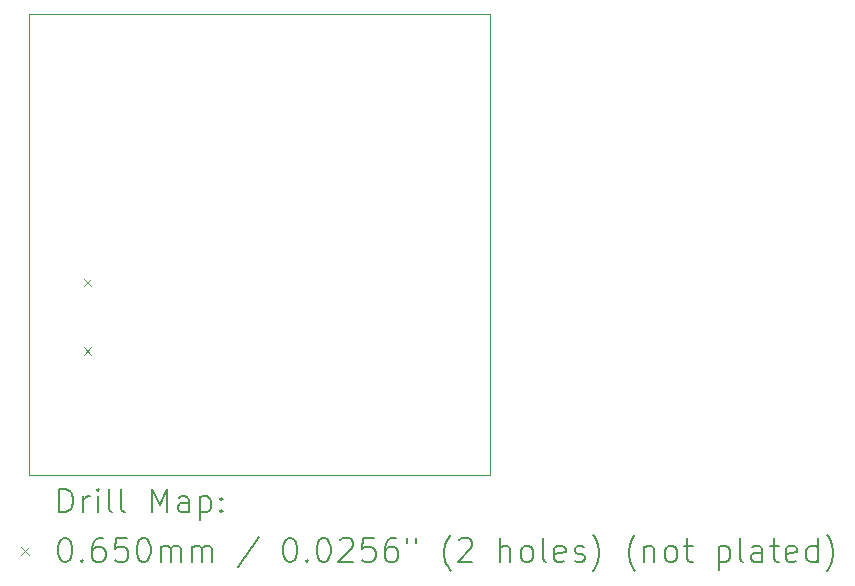
<source format=gbr>
%TF.GenerationSoftware,KiCad,Pcbnew,7.0.10*%
%TF.CreationDate,2024-02-04T10:39:11+08:00*%
%TF.ProjectId,42stepmotor,34327374-6570-46d6-9f74-6f722e6b6963,rev?*%
%TF.SameCoordinates,Original*%
%TF.FileFunction,Drillmap*%
%TF.FilePolarity,Positive*%
%FSLAX45Y45*%
G04 Gerber Fmt 4.5, Leading zero omitted, Abs format (unit mm)*
G04 Created by KiCad (PCBNEW 7.0.10) date 2024-02-04 10:39:11*
%MOMM*%
%LPD*%
G01*
G04 APERTURE LIST*
%ADD10C,0.100000*%
%ADD11C,0.200000*%
G04 APERTURE END LIST*
D10*
X9600000Y-8500000D02*
X9600000Y-12400000D01*
X10000000Y-12400000D02*
X13500000Y-12400000D01*
X13500000Y-8500000D02*
X9600000Y-8500000D01*
X9600000Y-12400000D02*
X10000000Y-12400000D01*
X13500000Y-12400000D02*
X13500000Y-8500000D01*
D11*
D10*
X10061500Y-10738500D02*
X10126500Y-10803500D01*
X10126500Y-10738500D02*
X10061500Y-10803500D01*
X10061500Y-11316500D02*
X10126500Y-11381500D01*
X10126500Y-11316500D02*
X10061500Y-11381500D01*
D11*
X9855777Y-12716484D02*
X9855777Y-12516484D01*
X9855777Y-12516484D02*
X9903396Y-12516484D01*
X9903396Y-12516484D02*
X9931967Y-12526008D01*
X9931967Y-12526008D02*
X9951015Y-12545055D01*
X9951015Y-12545055D02*
X9960539Y-12564103D01*
X9960539Y-12564103D02*
X9970063Y-12602198D01*
X9970063Y-12602198D02*
X9970063Y-12630769D01*
X9970063Y-12630769D02*
X9960539Y-12668865D01*
X9960539Y-12668865D02*
X9951015Y-12687912D01*
X9951015Y-12687912D02*
X9931967Y-12706960D01*
X9931967Y-12706960D02*
X9903396Y-12716484D01*
X9903396Y-12716484D02*
X9855777Y-12716484D01*
X10055777Y-12716484D02*
X10055777Y-12583150D01*
X10055777Y-12621246D02*
X10065301Y-12602198D01*
X10065301Y-12602198D02*
X10074824Y-12592674D01*
X10074824Y-12592674D02*
X10093872Y-12583150D01*
X10093872Y-12583150D02*
X10112920Y-12583150D01*
X10179586Y-12716484D02*
X10179586Y-12583150D01*
X10179586Y-12516484D02*
X10170063Y-12526008D01*
X10170063Y-12526008D02*
X10179586Y-12535531D01*
X10179586Y-12535531D02*
X10189110Y-12526008D01*
X10189110Y-12526008D02*
X10179586Y-12516484D01*
X10179586Y-12516484D02*
X10179586Y-12535531D01*
X10303396Y-12716484D02*
X10284348Y-12706960D01*
X10284348Y-12706960D02*
X10274824Y-12687912D01*
X10274824Y-12687912D02*
X10274824Y-12516484D01*
X10408158Y-12716484D02*
X10389110Y-12706960D01*
X10389110Y-12706960D02*
X10379586Y-12687912D01*
X10379586Y-12687912D02*
X10379586Y-12516484D01*
X10636729Y-12716484D02*
X10636729Y-12516484D01*
X10636729Y-12516484D02*
X10703396Y-12659341D01*
X10703396Y-12659341D02*
X10770063Y-12516484D01*
X10770063Y-12516484D02*
X10770063Y-12716484D01*
X10951015Y-12716484D02*
X10951015Y-12611722D01*
X10951015Y-12611722D02*
X10941491Y-12592674D01*
X10941491Y-12592674D02*
X10922444Y-12583150D01*
X10922444Y-12583150D02*
X10884348Y-12583150D01*
X10884348Y-12583150D02*
X10865301Y-12592674D01*
X10951015Y-12706960D02*
X10931967Y-12716484D01*
X10931967Y-12716484D02*
X10884348Y-12716484D01*
X10884348Y-12716484D02*
X10865301Y-12706960D01*
X10865301Y-12706960D02*
X10855777Y-12687912D01*
X10855777Y-12687912D02*
X10855777Y-12668865D01*
X10855777Y-12668865D02*
X10865301Y-12649817D01*
X10865301Y-12649817D02*
X10884348Y-12640293D01*
X10884348Y-12640293D02*
X10931967Y-12640293D01*
X10931967Y-12640293D02*
X10951015Y-12630769D01*
X11046253Y-12583150D02*
X11046253Y-12783150D01*
X11046253Y-12592674D02*
X11065301Y-12583150D01*
X11065301Y-12583150D02*
X11103396Y-12583150D01*
X11103396Y-12583150D02*
X11122444Y-12592674D01*
X11122444Y-12592674D02*
X11131967Y-12602198D01*
X11131967Y-12602198D02*
X11141491Y-12621246D01*
X11141491Y-12621246D02*
X11141491Y-12678388D01*
X11141491Y-12678388D02*
X11131967Y-12697436D01*
X11131967Y-12697436D02*
X11122444Y-12706960D01*
X11122444Y-12706960D02*
X11103396Y-12716484D01*
X11103396Y-12716484D02*
X11065301Y-12716484D01*
X11065301Y-12716484D02*
X11046253Y-12706960D01*
X11227205Y-12697436D02*
X11236729Y-12706960D01*
X11236729Y-12706960D02*
X11227205Y-12716484D01*
X11227205Y-12716484D02*
X11217682Y-12706960D01*
X11217682Y-12706960D02*
X11227205Y-12697436D01*
X11227205Y-12697436D02*
X11227205Y-12716484D01*
X11227205Y-12592674D02*
X11236729Y-12602198D01*
X11236729Y-12602198D02*
X11227205Y-12611722D01*
X11227205Y-12611722D02*
X11217682Y-12602198D01*
X11217682Y-12602198D02*
X11227205Y-12592674D01*
X11227205Y-12592674D02*
X11227205Y-12611722D01*
D10*
X9530000Y-13012500D02*
X9595000Y-13077500D01*
X9595000Y-13012500D02*
X9530000Y-13077500D01*
D11*
X9893872Y-12936484D02*
X9912920Y-12936484D01*
X9912920Y-12936484D02*
X9931967Y-12946008D01*
X9931967Y-12946008D02*
X9941491Y-12955531D01*
X9941491Y-12955531D02*
X9951015Y-12974579D01*
X9951015Y-12974579D02*
X9960539Y-13012674D01*
X9960539Y-13012674D02*
X9960539Y-13060293D01*
X9960539Y-13060293D02*
X9951015Y-13098388D01*
X9951015Y-13098388D02*
X9941491Y-13117436D01*
X9941491Y-13117436D02*
X9931967Y-13126960D01*
X9931967Y-13126960D02*
X9912920Y-13136484D01*
X9912920Y-13136484D02*
X9893872Y-13136484D01*
X9893872Y-13136484D02*
X9874824Y-13126960D01*
X9874824Y-13126960D02*
X9865301Y-13117436D01*
X9865301Y-13117436D02*
X9855777Y-13098388D01*
X9855777Y-13098388D02*
X9846253Y-13060293D01*
X9846253Y-13060293D02*
X9846253Y-13012674D01*
X9846253Y-13012674D02*
X9855777Y-12974579D01*
X9855777Y-12974579D02*
X9865301Y-12955531D01*
X9865301Y-12955531D02*
X9874824Y-12946008D01*
X9874824Y-12946008D02*
X9893872Y-12936484D01*
X10046253Y-13117436D02*
X10055777Y-13126960D01*
X10055777Y-13126960D02*
X10046253Y-13136484D01*
X10046253Y-13136484D02*
X10036729Y-13126960D01*
X10036729Y-13126960D02*
X10046253Y-13117436D01*
X10046253Y-13117436D02*
X10046253Y-13136484D01*
X10227205Y-12936484D02*
X10189110Y-12936484D01*
X10189110Y-12936484D02*
X10170063Y-12946008D01*
X10170063Y-12946008D02*
X10160539Y-12955531D01*
X10160539Y-12955531D02*
X10141491Y-12984103D01*
X10141491Y-12984103D02*
X10131967Y-13022198D01*
X10131967Y-13022198D02*
X10131967Y-13098388D01*
X10131967Y-13098388D02*
X10141491Y-13117436D01*
X10141491Y-13117436D02*
X10151015Y-13126960D01*
X10151015Y-13126960D02*
X10170063Y-13136484D01*
X10170063Y-13136484D02*
X10208158Y-13136484D01*
X10208158Y-13136484D02*
X10227205Y-13126960D01*
X10227205Y-13126960D02*
X10236729Y-13117436D01*
X10236729Y-13117436D02*
X10246253Y-13098388D01*
X10246253Y-13098388D02*
X10246253Y-13050769D01*
X10246253Y-13050769D02*
X10236729Y-13031722D01*
X10236729Y-13031722D02*
X10227205Y-13022198D01*
X10227205Y-13022198D02*
X10208158Y-13012674D01*
X10208158Y-13012674D02*
X10170063Y-13012674D01*
X10170063Y-13012674D02*
X10151015Y-13022198D01*
X10151015Y-13022198D02*
X10141491Y-13031722D01*
X10141491Y-13031722D02*
X10131967Y-13050769D01*
X10427205Y-12936484D02*
X10331967Y-12936484D01*
X10331967Y-12936484D02*
X10322444Y-13031722D01*
X10322444Y-13031722D02*
X10331967Y-13022198D01*
X10331967Y-13022198D02*
X10351015Y-13012674D01*
X10351015Y-13012674D02*
X10398634Y-13012674D01*
X10398634Y-13012674D02*
X10417682Y-13022198D01*
X10417682Y-13022198D02*
X10427205Y-13031722D01*
X10427205Y-13031722D02*
X10436729Y-13050769D01*
X10436729Y-13050769D02*
X10436729Y-13098388D01*
X10436729Y-13098388D02*
X10427205Y-13117436D01*
X10427205Y-13117436D02*
X10417682Y-13126960D01*
X10417682Y-13126960D02*
X10398634Y-13136484D01*
X10398634Y-13136484D02*
X10351015Y-13136484D01*
X10351015Y-13136484D02*
X10331967Y-13126960D01*
X10331967Y-13126960D02*
X10322444Y-13117436D01*
X10560539Y-12936484D02*
X10579586Y-12936484D01*
X10579586Y-12936484D02*
X10598634Y-12946008D01*
X10598634Y-12946008D02*
X10608158Y-12955531D01*
X10608158Y-12955531D02*
X10617682Y-12974579D01*
X10617682Y-12974579D02*
X10627205Y-13012674D01*
X10627205Y-13012674D02*
X10627205Y-13060293D01*
X10627205Y-13060293D02*
X10617682Y-13098388D01*
X10617682Y-13098388D02*
X10608158Y-13117436D01*
X10608158Y-13117436D02*
X10598634Y-13126960D01*
X10598634Y-13126960D02*
X10579586Y-13136484D01*
X10579586Y-13136484D02*
X10560539Y-13136484D01*
X10560539Y-13136484D02*
X10541491Y-13126960D01*
X10541491Y-13126960D02*
X10531967Y-13117436D01*
X10531967Y-13117436D02*
X10522444Y-13098388D01*
X10522444Y-13098388D02*
X10512920Y-13060293D01*
X10512920Y-13060293D02*
X10512920Y-13012674D01*
X10512920Y-13012674D02*
X10522444Y-12974579D01*
X10522444Y-12974579D02*
X10531967Y-12955531D01*
X10531967Y-12955531D02*
X10541491Y-12946008D01*
X10541491Y-12946008D02*
X10560539Y-12936484D01*
X10712920Y-13136484D02*
X10712920Y-13003150D01*
X10712920Y-13022198D02*
X10722444Y-13012674D01*
X10722444Y-13012674D02*
X10741491Y-13003150D01*
X10741491Y-13003150D02*
X10770063Y-13003150D01*
X10770063Y-13003150D02*
X10789110Y-13012674D01*
X10789110Y-13012674D02*
X10798634Y-13031722D01*
X10798634Y-13031722D02*
X10798634Y-13136484D01*
X10798634Y-13031722D02*
X10808158Y-13012674D01*
X10808158Y-13012674D02*
X10827205Y-13003150D01*
X10827205Y-13003150D02*
X10855777Y-13003150D01*
X10855777Y-13003150D02*
X10874825Y-13012674D01*
X10874825Y-13012674D02*
X10884348Y-13031722D01*
X10884348Y-13031722D02*
X10884348Y-13136484D01*
X10979586Y-13136484D02*
X10979586Y-13003150D01*
X10979586Y-13022198D02*
X10989110Y-13012674D01*
X10989110Y-13012674D02*
X11008158Y-13003150D01*
X11008158Y-13003150D02*
X11036729Y-13003150D01*
X11036729Y-13003150D02*
X11055777Y-13012674D01*
X11055777Y-13012674D02*
X11065301Y-13031722D01*
X11065301Y-13031722D02*
X11065301Y-13136484D01*
X11065301Y-13031722D02*
X11074825Y-13012674D01*
X11074825Y-13012674D02*
X11093872Y-13003150D01*
X11093872Y-13003150D02*
X11122444Y-13003150D01*
X11122444Y-13003150D02*
X11141491Y-13012674D01*
X11141491Y-13012674D02*
X11151015Y-13031722D01*
X11151015Y-13031722D02*
X11151015Y-13136484D01*
X11541491Y-12926960D02*
X11370063Y-13184103D01*
X11798634Y-12936484D02*
X11817682Y-12936484D01*
X11817682Y-12936484D02*
X11836729Y-12946008D01*
X11836729Y-12946008D02*
X11846253Y-12955531D01*
X11846253Y-12955531D02*
X11855777Y-12974579D01*
X11855777Y-12974579D02*
X11865301Y-13012674D01*
X11865301Y-13012674D02*
X11865301Y-13060293D01*
X11865301Y-13060293D02*
X11855777Y-13098388D01*
X11855777Y-13098388D02*
X11846253Y-13117436D01*
X11846253Y-13117436D02*
X11836729Y-13126960D01*
X11836729Y-13126960D02*
X11817682Y-13136484D01*
X11817682Y-13136484D02*
X11798634Y-13136484D01*
X11798634Y-13136484D02*
X11779586Y-13126960D01*
X11779586Y-13126960D02*
X11770063Y-13117436D01*
X11770063Y-13117436D02*
X11760539Y-13098388D01*
X11760539Y-13098388D02*
X11751015Y-13060293D01*
X11751015Y-13060293D02*
X11751015Y-13012674D01*
X11751015Y-13012674D02*
X11760539Y-12974579D01*
X11760539Y-12974579D02*
X11770063Y-12955531D01*
X11770063Y-12955531D02*
X11779586Y-12946008D01*
X11779586Y-12946008D02*
X11798634Y-12936484D01*
X11951015Y-13117436D02*
X11960539Y-13126960D01*
X11960539Y-13126960D02*
X11951015Y-13136484D01*
X11951015Y-13136484D02*
X11941491Y-13126960D01*
X11941491Y-13126960D02*
X11951015Y-13117436D01*
X11951015Y-13117436D02*
X11951015Y-13136484D01*
X12084348Y-12936484D02*
X12103396Y-12936484D01*
X12103396Y-12936484D02*
X12122444Y-12946008D01*
X12122444Y-12946008D02*
X12131967Y-12955531D01*
X12131967Y-12955531D02*
X12141491Y-12974579D01*
X12141491Y-12974579D02*
X12151015Y-13012674D01*
X12151015Y-13012674D02*
X12151015Y-13060293D01*
X12151015Y-13060293D02*
X12141491Y-13098388D01*
X12141491Y-13098388D02*
X12131967Y-13117436D01*
X12131967Y-13117436D02*
X12122444Y-13126960D01*
X12122444Y-13126960D02*
X12103396Y-13136484D01*
X12103396Y-13136484D02*
X12084348Y-13136484D01*
X12084348Y-13136484D02*
X12065301Y-13126960D01*
X12065301Y-13126960D02*
X12055777Y-13117436D01*
X12055777Y-13117436D02*
X12046253Y-13098388D01*
X12046253Y-13098388D02*
X12036729Y-13060293D01*
X12036729Y-13060293D02*
X12036729Y-13012674D01*
X12036729Y-13012674D02*
X12046253Y-12974579D01*
X12046253Y-12974579D02*
X12055777Y-12955531D01*
X12055777Y-12955531D02*
X12065301Y-12946008D01*
X12065301Y-12946008D02*
X12084348Y-12936484D01*
X12227206Y-12955531D02*
X12236729Y-12946008D01*
X12236729Y-12946008D02*
X12255777Y-12936484D01*
X12255777Y-12936484D02*
X12303396Y-12936484D01*
X12303396Y-12936484D02*
X12322444Y-12946008D01*
X12322444Y-12946008D02*
X12331967Y-12955531D01*
X12331967Y-12955531D02*
X12341491Y-12974579D01*
X12341491Y-12974579D02*
X12341491Y-12993627D01*
X12341491Y-12993627D02*
X12331967Y-13022198D01*
X12331967Y-13022198D02*
X12217682Y-13136484D01*
X12217682Y-13136484D02*
X12341491Y-13136484D01*
X12522444Y-12936484D02*
X12427206Y-12936484D01*
X12427206Y-12936484D02*
X12417682Y-13031722D01*
X12417682Y-13031722D02*
X12427206Y-13022198D01*
X12427206Y-13022198D02*
X12446253Y-13012674D01*
X12446253Y-13012674D02*
X12493872Y-13012674D01*
X12493872Y-13012674D02*
X12512920Y-13022198D01*
X12512920Y-13022198D02*
X12522444Y-13031722D01*
X12522444Y-13031722D02*
X12531967Y-13050769D01*
X12531967Y-13050769D02*
X12531967Y-13098388D01*
X12531967Y-13098388D02*
X12522444Y-13117436D01*
X12522444Y-13117436D02*
X12512920Y-13126960D01*
X12512920Y-13126960D02*
X12493872Y-13136484D01*
X12493872Y-13136484D02*
X12446253Y-13136484D01*
X12446253Y-13136484D02*
X12427206Y-13126960D01*
X12427206Y-13126960D02*
X12417682Y-13117436D01*
X12703396Y-12936484D02*
X12665301Y-12936484D01*
X12665301Y-12936484D02*
X12646253Y-12946008D01*
X12646253Y-12946008D02*
X12636729Y-12955531D01*
X12636729Y-12955531D02*
X12617682Y-12984103D01*
X12617682Y-12984103D02*
X12608158Y-13022198D01*
X12608158Y-13022198D02*
X12608158Y-13098388D01*
X12608158Y-13098388D02*
X12617682Y-13117436D01*
X12617682Y-13117436D02*
X12627206Y-13126960D01*
X12627206Y-13126960D02*
X12646253Y-13136484D01*
X12646253Y-13136484D02*
X12684348Y-13136484D01*
X12684348Y-13136484D02*
X12703396Y-13126960D01*
X12703396Y-13126960D02*
X12712920Y-13117436D01*
X12712920Y-13117436D02*
X12722444Y-13098388D01*
X12722444Y-13098388D02*
X12722444Y-13050769D01*
X12722444Y-13050769D02*
X12712920Y-13031722D01*
X12712920Y-13031722D02*
X12703396Y-13022198D01*
X12703396Y-13022198D02*
X12684348Y-13012674D01*
X12684348Y-13012674D02*
X12646253Y-13012674D01*
X12646253Y-13012674D02*
X12627206Y-13022198D01*
X12627206Y-13022198D02*
X12617682Y-13031722D01*
X12617682Y-13031722D02*
X12608158Y-13050769D01*
X12798634Y-12936484D02*
X12798634Y-12974579D01*
X12874825Y-12936484D02*
X12874825Y-12974579D01*
X13170063Y-13212674D02*
X13160539Y-13203150D01*
X13160539Y-13203150D02*
X13141491Y-13174579D01*
X13141491Y-13174579D02*
X13131968Y-13155531D01*
X13131968Y-13155531D02*
X13122444Y-13126960D01*
X13122444Y-13126960D02*
X13112920Y-13079341D01*
X13112920Y-13079341D02*
X13112920Y-13041246D01*
X13112920Y-13041246D02*
X13122444Y-12993627D01*
X13122444Y-12993627D02*
X13131968Y-12965055D01*
X13131968Y-12965055D02*
X13141491Y-12946008D01*
X13141491Y-12946008D02*
X13160539Y-12917436D01*
X13160539Y-12917436D02*
X13170063Y-12907912D01*
X13236729Y-12955531D02*
X13246253Y-12946008D01*
X13246253Y-12946008D02*
X13265301Y-12936484D01*
X13265301Y-12936484D02*
X13312920Y-12936484D01*
X13312920Y-12936484D02*
X13331968Y-12946008D01*
X13331968Y-12946008D02*
X13341491Y-12955531D01*
X13341491Y-12955531D02*
X13351015Y-12974579D01*
X13351015Y-12974579D02*
X13351015Y-12993627D01*
X13351015Y-12993627D02*
X13341491Y-13022198D01*
X13341491Y-13022198D02*
X13227206Y-13136484D01*
X13227206Y-13136484D02*
X13351015Y-13136484D01*
X13589110Y-13136484D02*
X13589110Y-12936484D01*
X13674825Y-13136484D02*
X13674825Y-13031722D01*
X13674825Y-13031722D02*
X13665301Y-13012674D01*
X13665301Y-13012674D02*
X13646253Y-13003150D01*
X13646253Y-13003150D02*
X13617682Y-13003150D01*
X13617682Y-13003150D02*
X13598634Y-13012674D01*
X13598634Y-13012674D02*
X13589110Y-13022198D01*
X13798634Y-13136484D02*
X13779587Y-13126960D01*
X13779587Y-13126960D02*
X13770063Y-13117436D01*
X13770063Y-13117436D02*
X13760539Y-13098388D01*
X13760539Y-13098388D02*
X13760539Y-13041246D01*
X13760539Y-13041246D02*
X13770063Y-13022198D01*
X13770063Y-13022198D02*
X13779587Y-13012674D01*
X13779587Y-13012674D02*
X13798634Y-13003150D01*
X13798634Y-13003150D02*
X13827206Y-13003150D01*
X13827206Y-13003150D02*
X13846253Y-13012674D01*
X13846253Y-13012674D02*
X13855777Y-13022198D01*
X13855777Y-13022198D02*
X13865301Y-13041246D01*
X13865301Y-13041246D02*
X13865301Y-13098388D01*
X13865301Y-13098388D02*
X13855777Y-13117436D01*
X13855777Y-13117436D02*
X13846253Y-13126960D01*
X13846253Y-13126960D02*
X13827206Y-13136484D01*
X13827206Y-13136484D02*
X13798634Y-13136484D01*
X13979587Y-13136484D02*
X13960539Y-13126960D01*
X13960539Y-13126960D02*
X13951015Y-13107912D01*
X13951015Y-13107912D02*
X13951015Y-12936484D01*
X14131968Y-13126960D02*
X14112920Y-13136484D01*
X14112920Y-13136484D02*
X14074825Y-13136484D01*
X14074825Y-13136484D02*
X14055777Y-13126960D01*
X14055777Y-13126960D02*
X14046253Y-13107912D01*
X14046253Y-13107912D02*
X14046253Y-13031722D01*
X14046253Y-13031722D02*
X14055777Y-13012674D01*
X14055777Y-13012674D02*
X14074825Y-13003150D01*
X14074825Y-13003150D02*
X14112920Y-13003150D01*
X14112920Y-13003150D02*
X14131968Y-13012674D01*
X14131968Y-13012674D02*
X14141491Y-13031722D01*
X14141491Y-13031722D02*
X14141491Y-13050769D01*
X14141491Y-13050769D02*
X14046253Y-13069817D01*
X14217682Y-13126960D02*
X14236730Y-13136484D01*
X14236730Y-13136484D02*
X14274825Y-13136484D01*
X14274825Y-13136484D02*
X14293872Y-13126960D01*
X14293872Y-13126960D02*
X14303396Y-13107912D01*
X14303396Y-13107912D02*
X14303396Y-13098388D01*
X14303396Y-13098388D02*
X14293872Y-13079341D01*
X14293872Y-13079341D02*
X14274825Y-13069817D01*
X14274825Y-13069817D02*
X14246253Y-13069817D01*
X14246253Y-13069817D02*
X14227206Y-13060293D01*
X14227206Y-13060293D02*
X14217682Y-13041246D01*
X14217682Y-13041246D02*
X14217682Y-13031722D01*
X14217682Y-13031722D02*
X14227206Y-13012674D01*
X14227206Y-13012674D02*
X14246253Y-13003150D01*
X14246253Y-13003150D02*
X14274825Y-13003150D01*
X14274825Y-13003150D02*
X14293872Y-13012674D01*
X14370063Y-13212674D02*
X14379587Y-13203150D01*
X14379587Y-13203150D02*
X14398634Y-13174579D01*
X14398634Y-13174579D02*
X14408158Y-13155531D01*
X14408158Y-13155531D02*
X14417682Y-13126960D01*
X14417682Y-13126960D02*
X14427206Y-13079341D01*
X14427206Y-13079341D02*
X14427206Y-13041246D01*
X14427206Y-13041246D02*
X14417682Y-12993627D01*
X14417682Y-12993627D02*
X14408158Y-12965055D01*
X14408158Y-12965055D02*
X14398634Y-12946008D01*
X14398634Y-12946008D02*
X14379587Y-12917436D01*
X14379587Y-12917436D02*
X14370063Y-12907912D01*
X14731968Y-13212674D02*
X14722444Y-13203150D01*
X14722444Y-13203150D02*
X14703396Y-13174579D01*
X14703396Y-13174579D02*
X14693872Y-13155531D01*
X14693872Y-13155531D02*
X14684349Y-13126960D01*
X14684349Y-13126960D02*
X14674825Y-13079341D01*
X14674825Y-13079341D02*
X14674825Y-13041246D01*
X14674825Y-13041246D02*
X14684349Y-12993627D01*
X14684349Y-12993627D02*
X14693872Y-12965055D01*
X14693872Y-12965055D02*
X14703396Y-12946008D01*
X14703396Y-12946008D02*
X14722444Y-12917436D01*
X14722444Y-12917436D02*
X14731968Y-12907912D01*
X14808158Y-13003150D02*
X14808158Y-13136484D01*
X14808158Y-13022198D02*
X14817682Y-13012674D01*
X14817682Y-13012674D02*
X14836730Y-13003150D01*
X14836730Y-13003150D02*
X14865301Y-13003150D01*
X14865301Y-13003150D02*
X14884349Y-13012674D01*
X14884349Y-13012674D02*
X14893872Y-13031722D01*
X14893872Y-13031722D02*
X14893872Y-13136484D01*
X15017682Y-13136484D02*
X14998634Y-13126960D01*
X14998634Y-13126960D02*
X14989111Y-13117436D01*
X14989111Y-13117436D02*
X14979587Y-13098388D01*
X14979587Y-13098388D02*
X14979587Y-13041246D01*
X14979587Y-13041246D02*
X14989111Y-13022198D01*
X14989111Y-13022198D02*
X14998634Y-13012674D01*
X14998634Y-13012674D02*
X15017682Y-13003150D01*
X15017682Y-13003150D02*
X15046253Y-13003150D01*
X15046253Y-13003150D02*
X15065301Y-13012674D01*
X15065301Y-13012674D02*
X15074825Y-13022198D01*
X15074825Y-13022198D02*
X15084349Y-13041246D01*
X15084349Y-13041246D02*
X15084349Y-13098388D01*
X15084349Y-13098388D02*
X15074825Y-13117436D01*
X15074825Y-13117436D02*
X15065301Y-13126960D01*
X15065301Y-13126960D02*
X15046253Y-13136484D01*
X15046253Y-13136484D02*
X15017682Y-13136484D01*
X15141492Y-13003150D02*
X15217682Y-13003150D01*
X15170063Y-12936484D02*
X15170063Y-13107912D01*
X15170063Y-13107912D02*
X15179587Y-13126960D01*
X15179587Y-13126960D02*
X15198634Y-13136484D01*
X15198634Y-13136484D02*
X15217682Y-13136484D01*
X15436730Y-13003150D02*
X15436730Y-13203150D01*
X15436730Y-13012674D02*
X15455777Y-13003150D01*
X15455777Y-13003150D02*
X15493873Y-13003150D01*
X15493873Y-13003150D02*
X15512920Y-13012674D01*
X15512920Y-13012674D02*
X15522444Y-13022198D01*
X15522444Y-13022198D02*
X15531968Y-13041246D01*
X15531968Y-13041246D02*
X15531968Y-13098388D01*
X15531968Y-13098388D02*
X15522444Y-13117436D01*
X15522444Y-13117436D02*
X15512920Y-13126960D01*
X15512920Y-13126960D02*
X15493873Y-13136484D01*
X15493873Y-13136484D02*
X15455777Y-13136484D01*
X15455777Y-13136484D02*
X15436730Y-13126960D01*
X15646253Y-13136484D02*
X15627206Y-13126960D01*
X15627206Y-13126960D02*
X15617682Y-13107912D01*
X15617682Y-13107912D02*
X15617682Y-12936484D01*
X15808158Y-13136484D02*
X15808158Y-13031722D01*
X15808158Y-13031722D02*
X15798634Y-13012674D01*
X15798634Y-13012674D02*
X15779587Y-13003150D01*
X15779587Y-13003150D02*
X15741492Y-13003150D01*
X15741492Y-13003150D02*
X15722444Y-13012674D01*
X15808158Y-13126960D02*
X15789111Y-13136484D01*
X15789111Y-13136484D02*
X15741492Y-13136484D01*
X15741492Y-13136484D02*
X15722444Y-13126960D01*
X15722444Y-13126960D02*
X15712920Y-13107912D01*
X15712920Y-13107912D02*
X15712920Y-13088865D01*
X15712920Y-13088865D02*
X15722444Y-13069817D01*
X15722444Y-13069817D02*
X15741492Y-13060293D01*
X15741492Y-13060293D02*
X15789111Y-13060293D01*
X15789111Y-13060293D02*
X15808158Y-13050769D01*
X15874825Y-13003150D02*
X15951015Y-13003150D01*
X15903396Y-12936484D02*
X15903396Y-13107912D01*
X15903396Y-13107912D02*
X15912920Y-13126960D01*
X15912920Y-13126960D02*
X15931968Y-13136484D01*
X15931968Y-13136484D02*
X15951015Y-13136484D01*
X16093873Y-13126960D02*
X16074825Y-13136484D01*
X16074825Y-13136484D02*
X16036730Y-13136484D01*
X16036730Y-13136484D02*
X16017682Y-13126960D01*
X16017682Y-13126960D02*
X16008158Y-13107912D01*
X16008158Y-13107912D02*
X16008158Y-13031722D01*
X16008158Y-13031722D02*
X16017682Y-13012674D01*
X16017682Y-13012674D02*
X16036730Y-13003150D01*
X16036730Y-13003150D02*
X16074825Y-13003150D01*
X16074825Y-13003150D02*
X16093873Y-13012674D01*
X16093873Y-13012674D02*
X16103396Y-13031722D01*
X16103396Y-13031722D02*
X16103396Y-13050769D01*
X16103396Y-13050769D02*
X16008158Y-13069817D01*
X16274825Y-13136484D02*
X16274825Y-12936484D01*
X16274825Y-13126960D02*
X16255777Y-13136484D01*
X16255777Y-13136484D02*
X16217682Y-13136484D01*
X16217682Y-13136484D02*
X16198634Y-13126960D01*
X16198634Y-13126960D02*
X16189111Y-13117436D01*
X16189111Y-13117436D02*
X16179587Y-13098388D01*
X16179587Y-13098388D02*
X16179587Y-13041246D01*
X16179587Y-13041246D02*
X16189111Y-13022198D01*
X16189111Y-13022198D02*
X16198634Y-13012674D01*
X16198634Y-13012674D02*
X16217682Y-13003150D01*
X16217682Y-13003150D02*
X16255777Y-13003150D01*
X16255777Y-13003150D02*
X16274825Y-13012674D01*
X16351015Y-13212674D02*
X16360539Y-13203150D01*
X16360539Y-13203150D02*
X16379587Y-13174579D01*
X16379587Y-13174579D02*
X16389111Y-13155531D01*
X16389111Y-13155531D02*
X16398634Y-13126960D01*
X16398634Y-13126960D02*
X16408158Y-13079341D01*
X16408158Y-13079341D02*
X16408158Y-13041246D01*
X16408158Y-13041246D02*
X16398634Y-12993627D01*
X16398634Y-12993627D02*
X16389111Y-12965055D01*
X16389111Y-12965055D02*
X16379587Y-12946008D01*
X16379587Y-12946008D02*
X16360539Y-12917436D01*
X16360539Y-12917436D02*
X16351015Y-12907912D01*
M02*

</source>
